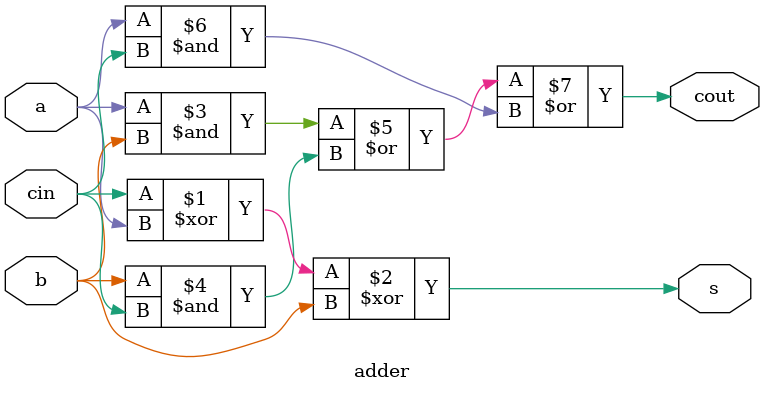
<source format=v>
`timescale 1ns / 1ps
module RippleCarry(
	input [7:0]a,b,
	input cin,
	output cout,
	output [7:0]s
	);
wire [7:1]c;
adder a0(a[0],b[0],cin,c[1],s[0]);
adder a1(a[1],b[1],c[1],c[2],s[1]);
adder a2(a[2],b[2],c[2],c[3],s[2]);
adder a3(a[3],b[3],c[3],c[4],s[3]);
adder a4(a[4],b[4],c[4],c[5],s[4]);
adder a5(a[5],b[5],c[5],c[6],s[5]);
adder a6(a[6],b[6],c[6],c[7],s[6]);
adder a7(a[7],b[7],c[7],cout,s[7]);
endmodule

module adder(
	input a,b,cin,
	output cout,s
	);
assign s=cin^a^b;
assign cout=a&b|b&cin|a&cin;
endmodule

</source>
